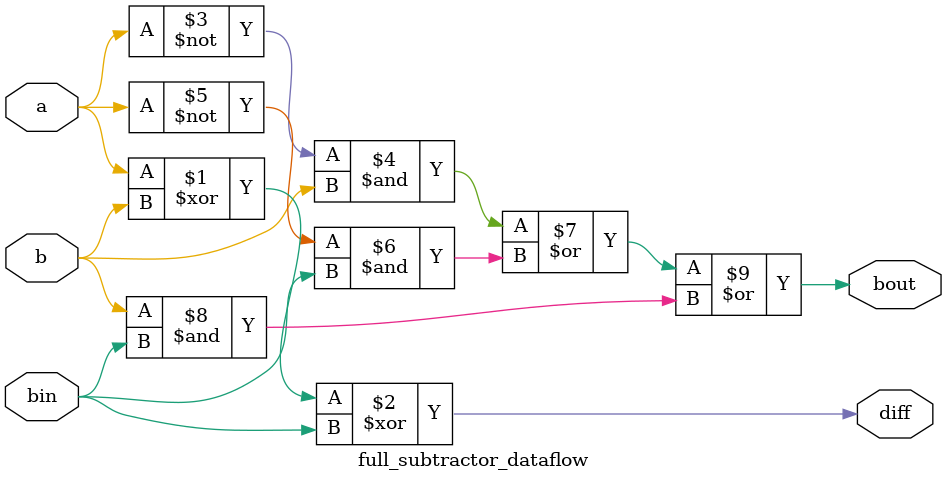
<source format=v>
`timescale 1ns/1ps
module full_subtractor_dataflow (
  input a,    // Input 'a'
  input b,    // Input 'b'
  input bin,  // Borrow-in 'bin'
  output diff,   // Output 'diff' (Difference)
  output bout // Output 'bout' (Borrow-out)
);

  assign diff = a ^ b ^ bin;     // Dataflow expression for difference
  assign bout = (~a & b) | (~a & bin) | (b & bin); // Dataflow expression for borrow-out

endmodule

</source>
